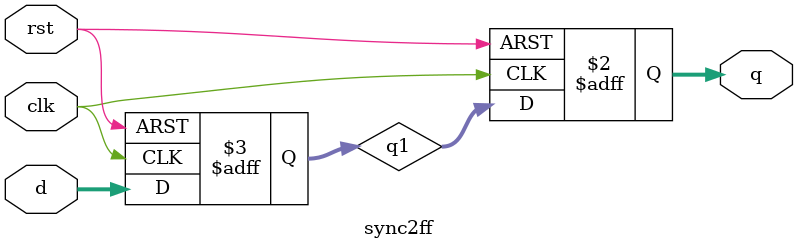
<source format=v>
`timescale 1ns / 1ps


module sync2ff #(parameter N = 16)
(
  input [ N-1:0 ] d,
  input clk, rst,
  output reg [ N-1:0 ] q
    );

reg [ N-1:0 ] q1;
always @(posedge clk, posedge rst) begin
  if (rst) {q1, q} <= 0; 
  else {q1, q} <= {d, q1};
end 
endmodule

</source>
